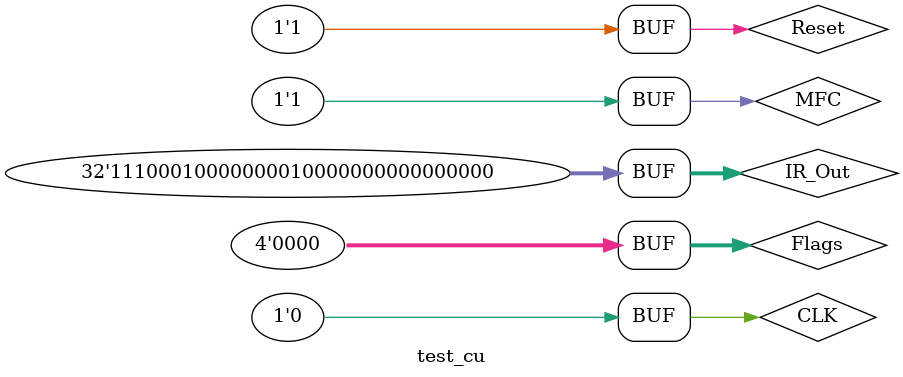
<source format=v>
module test_cu;
//Las entradas del módulo deben ser tipo reg
//Las salidas deben ser tipo wire
wire  [44: 0] I0; 
//Memory Variables
reg [31:0] dat[0:255];
parameter WORD = 2'b10;
parameter WRITE = 1'b1;
parameter ENABLE = 1'b0;
reg [31:0] temp_data_in;
reg [7:0] temp_addr;
	reg [31:0] IR_Out;
	reg [3:0] Flags;
	reg CLK, CLR, Reset;
	reg MFC;

control_unit cu (I0[38:7],IR_Out, MFC, CLK, Reset,Flags);

initial 
	begin
		CLK = 0;
		Reset<=0;
		MFC <=1;
		Flags <=4'h0;
		IR_Out <= 32'b11100010_00000001_00000000_00000000;
		#10 Reset =1;
		#1 repeat (300) 
		begin
			#1 CLK = ~CLK;
		end
end

initial begin
$display("I0[38:7]\tIR_Out\tMFC  CLK  Reset Flags");
$monitor("%b %b %h %h %h %h", I0[38:7],IR_Out, MFC, CLK, Reset,Flags);
end
endmodule
</source>
